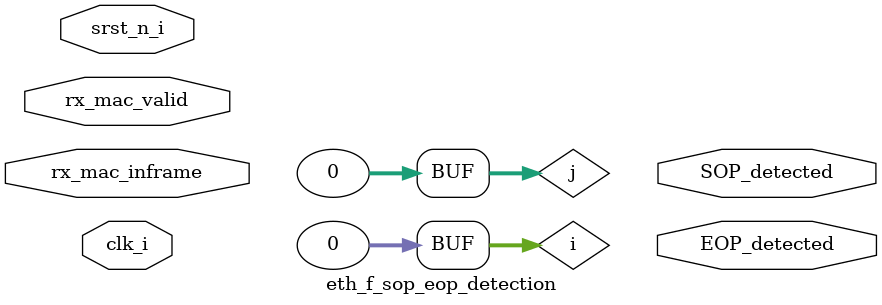
<source format=sv>


module eth_f_sop_eop_detection # (
parameter       INFRAME  = 0

)( 


input logic [INFRAME-1:0]      rx_mac_inframe,
input logic                    rx_mac_valid,
input logic                    clk_i,
input logic                    srst_n_i,

output logic[INFRAME-1:0]              SOP_detected,
output logic[INFRAME-1:0]              EOP_detected

);


integer i,j;
logic rx_mac_inframe_d;

always @(*) begin
  for (i=0; i<INFRAME; i=i+1)begin
    if ((rx_mac_valid == 1'b1 ))
         SOP_detected[i] = (i!=0) ? (rx_mac_inframe[i] & ~rx_mac_inframe[i-1]) : (rx_mac_inframe[0] & ~ rx_mac_inframe_d);
		else 
	      SOP_detected[i] = 'h0;	
    end
   end   

always @(posedge clk_i ) begin
  if (~srst_n_i)
   rx_mac_inframe_d <= 1'b0;
  else if(rx_mac_valid) 
   rx_mac_inframe_d <= rx_mac_inframe[INFRAME -1];
end

always @(* ) begin
for (j=0; j<INFRAME; j=j+1)begin
    if (rx_mac_valid == 1'b1 )
         EOP_detected[j] = (j!=0) ? (~rx_mac_inframe[j] & rx_mac_inframe[j-1]) : (~rx_mac_inframe[0] & rx_mac_inframe_d);
	 else
	    EOP_detected[j] = 'h0;
    end
   end   


endmodule






               
                                        
















`ifdef QUESTA_INTEL_OEM
`pragma questa_oem_00 "Jbn39HeDxGqNcYGZOx4Z9ucCs2oEh/b8uMkRaNvB5DRjzJrJYrpJKWFCISE85ii6tH9zuuCEo6X0af6OauTQ+Ozwk1tsZmSo/aK9UOYVqiI4L0mMLnnDyFPJBEUN+znp6d+oie84TxrwJugN/66eG6ek4cTulks0EXWtTfhwKcotsw0Xz4/SS3GVym/4tne0z9smydSL74/eJ6ocrXzqMjpfEjy1qL7mzZl6AEz+onqmPuOQIcU/Xp6E0p7qDdOJkDs2CVy9Rr8vsaQPTDh5LaX9f/LkcvGATPR+0AYnR1xgtQeI7rs17rLP6ljwNk/m/V2Tmc0Shc7Eno72b/eDRMpRAJ5QKDZfsjHxtg3ZU+npNSEVVC4YKw25JeI3MjqcGXrUaIwt0kfSwEQHvfueF3xg/y3mK+pNjaCWG863/sWVekNcrJpD7xf3hchqFT4SLUbmbYNccLgFqs2DVo+T+8HuNir7Kdgmtu2xGl+tnfZEbLYxtng8OHxKx/PiauebQOc6CYAEzIO1ZZPI1kWBxPvpzSUdb0Xn0Vgmgd8ucJ6W/qepKWz+uphSLdOsgZtQ3yaPV8GLDjHh7YYbKXCusGm4rnuuFIwGPpqijpdKxpuM0dL+IUeq8OYBogmCrVPBJ95pIDO/zQh+iQNlqZI58HrK4P3zsVfkyeOZyYBhg57EPwWepfrP12tlv3rBhwxZaiKBitvlrtRzuhnxfCumXvvAy+jwJD82tqSbVw0UaeTDAh6ouou6CoQiZIYI0qzKvC1WCHkb0KsAR6WPzTEGbYrf7oeFi9lewzfHALURhRQ9KKBEAHRmDvaor6wjo5dBk17ZMSClG37CHlPi/lW+DcNVJHOewfT3AnpvdB9iwIMEgeus19M9TH8rLEkIy+h1m3lunjzoHOJwAGxAoLp5bq/D9joIHIEZUnlw7UnqAV7aKO9aHRYSSfke1e/M4054ymkz+vG7j6a+hWCfOQQBFkCz41RZj+5lL//Vnekgi6PSzDermP1NHg0LC+PSImCz"
`endif
</source>
